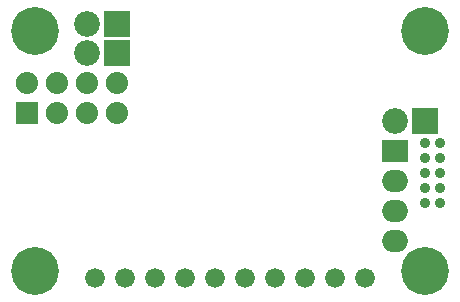
<source format=gbr>
%FSLAX46Y46*%
G04 Gerber Fmt 4.6, Leading zero omitted, Abs format (unit mm)*
G04 Created by KiCad (PCBNEW (2014-08-29 BZR 5106)-product) date Thu 30 Oct 2014 03:32:27 PM PDT*
%MOMM*%
G01*
G04 APERTURE LIST*
%ADD10C,0.100000*%
%ADD11R,2.184400X2.184400*%
%ADD12O,2.184400X2.184400*%
%ADD13C,0.914400*%
%ADD14R,2.184400X1.879600*%
%ADD15O,2.184400X1.879600*%
%ADD16R,1.879600X1.879600*%
%ADD17O,1.879600X1.879600*%
%ADD18C,1.676400*%
%ADD19C,4.052400*%
G04 APERTURE END LIST*
D10*
D11*
X111125000Y-106045000D03*
D12*
X108585000Y-106045000D03*
D11*
X111125000Y-103568500D03*
D12*
X108585000Y-103568500D03*
D13*
X138430000Y-118745000D03*
X137160000Y-118745000D03*
X138430000Y-117475000D03*
X137160000Y-117475000D03*
X138430000Y-116205000D03*
X137160000Y-116205000D03*
X138430000Y-114935000D03*
X137160000Y-114935000D03*
X138430000Y-113665000D03*
X137160000Y-113665000D03*
D14*
X134620000Y-114300000D03*
D15*
X134620000Y-116840000D03*
X134620000Y-119380000D03*
X134620000Y-121920000D03*
D16*
X103505000Y-111125000D03*
D17*
X103505000Y-108585000D03*
X106045000Y-111125000D03*
X106045000Y-108585000D03*
X108585000Y-111125000D03*
X108585000Y-108585000D03*
X111125000Y-111125000D03*
X111125000Y-108585000D03*
D18*
X109220000Y-125095000D03*
X111760000Y-125095000D03*
X114300000Y-125095000D03*
X116840000Y-125095000D03*
X119380000Y-125095000D03*
X121920000Y-125095000D03*
X124460000Y-125095000D03*
X127000000Y-125095000D03*
X129540000Y-125095000D03*
X132080000Y-125095000D03*
D11*
X137160000Y-111760000D03*
D12*
X134620000Y-111760000D03*
D19*
X137160000Y-124460000D03*
X104140000Y-124460000D03*
X137160000Y-104140000D03*
X104140000Y-104140000D03*
M02*

</source>
